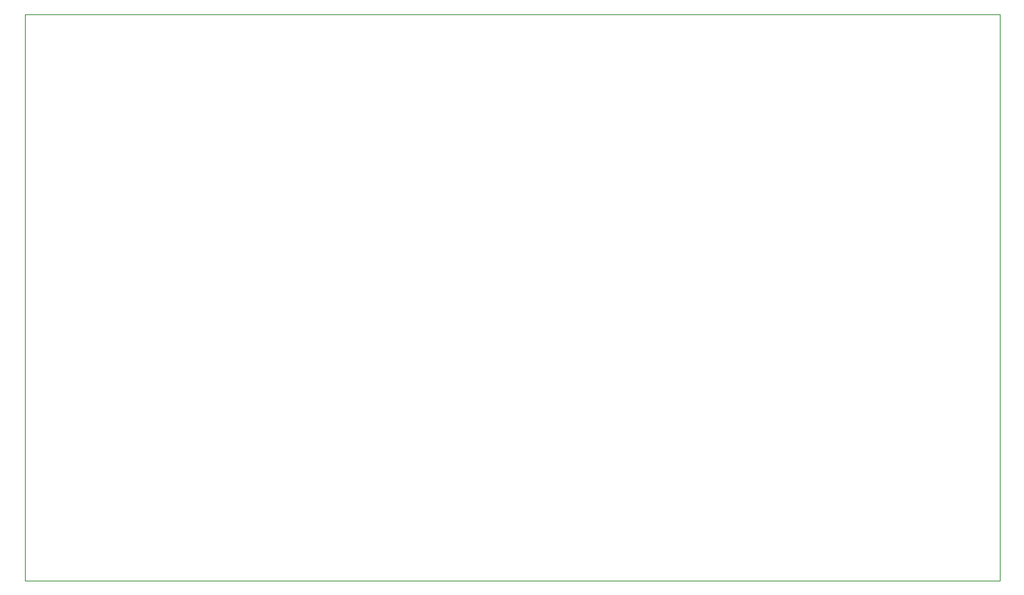
<source format=gbr>
%TF.GenerationSoftware,KiCad,Pcbnew,8.0.6*%
%TF.CreationDate,2024-11-20T22:47:01+01:00*%
%TF.ProjectId,Serverl_fter,53657276-6572-46cf-9c66-7465722e6b69,rev?*%
%TF.SameCoordinates,Original*%
%TF.FileFunction,Profile,NP*%
%FSLAX46Y46*%
G04 Gerber Fmt 4.6, Leading zero omitted, Abs format (unit mm)*
G04 Created by KiCad (PCBNEW 8.0.6) date 2024-11-20 22:47:01*
%MOMM*%
%LPD*%
G01*
G04 APERTURE LIST*
%TA.AperFunction,Profile*%
%ADD10C,0.050000*%
%TD*%
G04 APERTURE END LIST*
D10*
X25400000Y-20320000D02*
X134620000Y-20320000D01*
X134620000Y-83820000D01*
X25400000Y-83820000D01*
X25400000Y-20320000D01*
M02*

</source>
